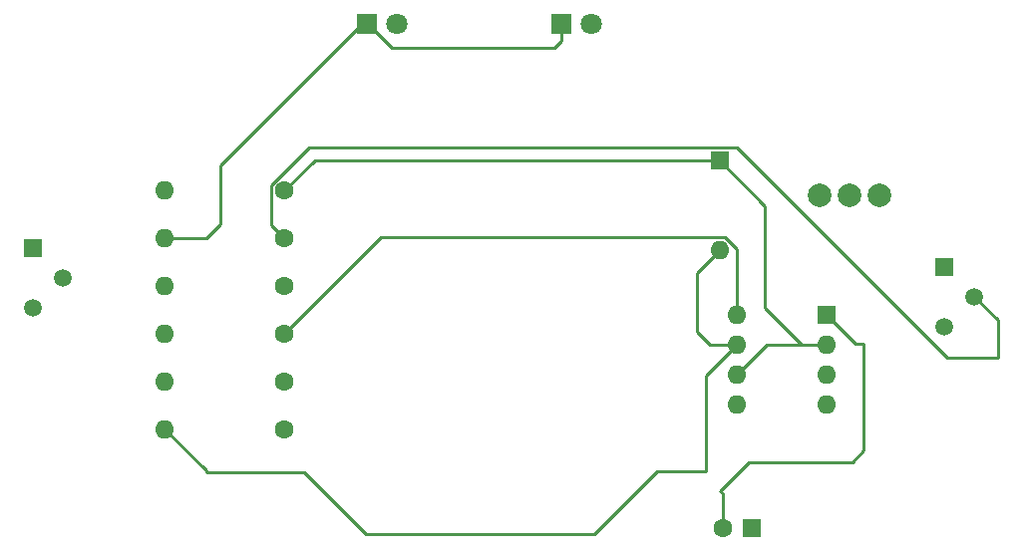
<source format=gbr>
%TF.GenerationSoftware,KiCad,Pcbnew,9.0.6*%
%TF.CreationDate,2026-01-05T12:28:17+01:00*%
%TF.ProjectId,Seegeist,53656567-6569-4737-942e-6b696361645f,rev?*%
%TF.SameCoordinates,Original*%
%TF.FileFunction,Copper,L1,Top*%
%TF.FilePolarity,Positive*%
%FSLAX46Y46*%
G04 Gerber Fmt 4.6, Leading zero omitted, Abs format (unit mm)*
G04 Created by KiCad (PCBNEW 9.0.6) date 2026-01-05 12:28:17*
%MOMM*%
%LPD*%
G01*
G04 APERTURE LIST*
G04 Aperture macros list*
%AMRoundRect*
0 Rectangle with rounded corners*
0 $1 Rounding radius*
0 $2 $3 $4 $5 $6 $7 $8 $9 X,Y pos of 4 corners*
0 Add a 4 corners polygon primitive as box body*
4,1,4,$2,$3,$4,$5,$6,$7,$8,$9,$2,$3,0*
0 Add four circle primitives for the rounded corners*
1,1,$1+$1,$2,$3*
1,1,$1+$1,$4,$5*
1,1,$1+$1,$6,$7*
1,1,$1+$1,$8,$9*
0 Add four rect primitives between the rounded corners*
20,1,$1+$1,$2,$3,$4,$5,0*
20,1,$1+$1,$4,$5,$6,$7,0*
20,1,$1+$1,$6,$7,$8,$9,0*
20,1,$1+$1,$8,$9,$2,$3,0*%
G04 Aperture macros list end*
%TA.AperFunction,ComponentPad*%
%ADD10C,1.500000*%
%TD*%
%TA.AperFunction,ComponentPad*%
%ADD11R,1.500000X1.500000*%
%TD*%
%TA.AperFunction,ComponentPad*%
%ADD12C,1.600000*%
%TD*%
%TA.AperFunction,ComponentPad*%
%ADD13O,1.600000X1.600000*%
%TD*%
%TA.AperFunction,ComponentPad*%
%ADD14R,1.600000X1.600000*%
%TD*%
%TA.AperFunction,ComponentPad*%
%ADD15RoundRect,0.250000X0.550000X0.550000X-0.550000X0.550000X-0.550000X-0.550000X0.550000X-0.550000X0*%
%TD*%
%TA.AperFunction,ComponentPad*%
%ADD16R,1.800000X1.800000*%
%TD*%
%TA.AperFunction,ComponentPad*%
%ADD17C,1.800000*%
%TD*%
%TA.AperFunction,ComponentPad*%
%ADD18C,2.000000*%
%TD*%
%TA.AperFunction,Conductor*%
%ADD19C,0.250000*%
%TD*%
G04 APERTURE END LIST*
D10*
%TO.P,Q1,3,C*%
%TO.N,Net-(Q1-C)*%
X176650000Y-99980000D03*
%TO.P,Q1,2,B*%
%TO.N,Net-(Q1-B)*%
X179190000Y-97440000D03*
D11*
%TO.P,Q1,1,E*%
%TO.N,Net-(D1-K)*%
X176650000Y-94900000D03*
%TD*%
D12*
%TO.P,R6,1*%
%TO.N,Net-(S1-E)*%
X120610000Y-100600000D03*
D13*
%TO.P,R6,2*%
%TO.N,Net-(Q2-C)*%
X110450000Y-100600000D03*
%TD*%
D12*
%TO.P,R8,1*%
%TO.N,Net-(S1-E)*%
X120610000Y-108700000D03*
D13*
%TO.P,R8,2*%
%TO.N,Net-(D3-A)*%
X110450000Y-108700000D03*
%TD*%
D12*
%TO.P,R4,1*%
%TO.N,Net-(D3-K)*%
X120610000Y-88450000D03*
D13*
%TO.P,R4,2*%
%TO.N,Net-(Q1-B)*%
X110450000Y-88450000D03*
%TD*%
D12*
%TO.P,R7,1*%
%TO.N,Net-(D3-K)*%
X120610000Y-104650000D03*
D13*
%TO.P,R7,2*%
%TO.N,Net-(D3-A)*%
X110450000Y-104650000D03*
%TD*%
D14*
%TO.P,NE555,1,GND*%
%TO.N,Net-(D1-K)*%
X166670000Y-99010000D03*
D13*
%TO.P,NE555,2,TR*%
%TO.N,Net-(D3-K)*%
X166670000Y-101550000D03*
%TO.P,NE555,3,Q*%
%TO.N,unconnected-(U1-Q-Pad3)*%
X166670000Y-104090000D03*
%TO.P,NE555,4,R*%
%TO.N,Net-(S1-E)*%
X166670000Y-106630000D03*
%TO.P,NE555,5,CV*%
%TO.N,unconnected-(U1-CV-Pad5)*%
X159050000Y-106630000D03*
%TO.P,NE555,6,THR*%
%TO.N,Net-(D3-K)*%
X159050000Y-104090000D03*
%TO.P,NE555,7,DIS*%
%TO.N,Net-(D3-A)*%
X159050000Y-101550000D03*
%TO.P,NE555,8,VCC*%
%TO.N,Net-(S1-E)*%
X159050000Y-99010000D03*
%TD*%
D12*
%TO.P,R5,1*%
%TO.N,Net-(S1-E)*%
X120610000Y-96550000D03*
D13*
%TO.P,R5,2*%
%TO.N,Net-(Q1-C)*%
X110450000Y-96550000D03*
%TD*%
D12*
%TO.P,R4,1*%
%TO.N,Net-(Q1-B)*%
X120610000Y-92500000D03*
D13*
%TO.P,R4,2*%
%TO.N,Net-(D1-K)*%
X110450000Y-92500000D03*
%TD*%
D15*
%TO.P,47uF,1*%
%TO.N,Net-(D3-K)*%
X160300000Y-117150000D03*
D12*
%TO.P,47uF,2*%
%TO.N,Net-(D1-K)*%
X157800000Y-117150000D03*
%TD*%
D16*
%TO.P,D2,1,K*%
%TO.N,Net-(D1-K)*%
X127580000Y-74252000D03*
D17*
%TO.P,D2,2,A*%
%TO.N,Net-(D1-A)*%
X130120000Y-74252000D03*
%TD*%
D11*
%TO.P,Q2,1,E*%
%TO.N,Net-(D1-A)*%
X99261764Y-93346549D03*
D10*
%TO.P,Q2,2,B*%
%TO.N,Net-(Q1-C)*%
X101801764Y-95886549D03*
%TO.P,Q2,3,C*%
%TO.N,Net-(Q2-C)*%
X99261764Y-98426549D03*
%TD*%
D16*
%TO.P,D1,1,K*%
%TO.N,Net-(D1-K)*%
X144130000Y-74250000D03*
D17*
%TO.P,D1,2,A*%
%TO.N,Net-(D1-A)*%
X146670000Y-74250000D03*
%TD*%
D14*
%TO.P,D3,1,K*%
%TO.N,Net-(D3-K)*%
X157550000Y-85900000D03*
D13*
%TO.P,D3,2,A*%
%TO.N,Net-(D3-A)*%
X157550000Y-93520000D03*
%TD*%
D18*
%TO.P,S1,3,A*%
%TO.N,unconnected-(S1-A-Pad3)*%
X171079500Y-88850000D03*
%TO.P,S1,2,E*%
%TO.N,Net-(S1-E)*%
X168539500Y-88850000D03*
%TO.P,S1,1,A*%
%TO.N,Net-(S1-A-Pad1)*%
X165999500Y-88850000D03*
%TD*%
D19*
%TO.N,Net-(D1-K)*%
X157600000Y-113950000D02*
X157800000Y-114150000D01*
X168800000Y-111500000D02*
X160050000Y-111500000D01*
X169800000Y-101450000D02*
X169800000Y-110500000D01*
X169110000Y-101450000D02*
X169800000Y-101450000D01*
X160050000Y-111500000D02*
X157600000Y-113950000D01*
X166670000Y-99010000D02*
X169110000Y-101450000D01*
X169800000Y-110500000D02*
X168800000Y-111500000D01*
X157800000Y-114150000D02*
X157800000Y-117150000D01*
%TO.N,Net-(Q1-B)*%
X181200000Y-99450000D02*
X179190000Y-97440000D01*
X158974000Y-84774000D02*
X176850000Y-102650000D01*
X119484000Y-87983595D02*
X122693595Y-84774000D01*
X181200000Y-102650000D02*
X181200000Y-99450000D01*
X176850000Y-102650000D02*
X181200000Y-102650000D01*
X119484000Y-91374000D02*
X119484000Y-87983595D01*
X120610000Y-92500000D02*
X119484000Y-91374000D01*
X122693595Y-84774000D02*
X158974000Y-84774000D01*
%TO.N,Net-(S1-E)*%
X159050000Y-93427595D02*
X159050000Y-99010000D01*
X158016405Y-92394000D02*
X159050000Y-93427595D01*
X128816000Y-92394000D02*
X158016405Y-92394000D01*
X120610000Y-100600000D02*
X128816000Y-92394000D01*
%TO.N,Net-(D3-A)*%
X113950000Y-112200000D02*
X110450000Y-108700000D01*
X122250000Y-112400000D02*
X113950000Y-112400000D01*
X127500000Y-117650000D02*
X122250000Y-112400000D01*
X146900000Y-117650000D02*
X127500000Y-117650000D01*
X152250000Y-112300000D02*
X146900000Y-117650000D01*
X156400000Y-112300000D02*
X152250000Y-112300000D01*
X156400000Y-104200000D02*
X156400000Y-112300000D01*
X113950000Y-112400000D02*
X113950000Y-112200000D01*
X159050000Y-101550000D02*
X156400000Y-104200000D01*
%TO.N,Net-(D1-K)*%
X115150000Y-91300000D02*
X113950000Y-92500000D01*
X115150000Y-86300000D02*
X115150000Y-91300000D01*
X127198000Y-74252000D02*
X115150000Y-86300000D01*
X127580000Y-74252000D02*
X127198000Y-74252000D01*
X113950000Y-92500000D02*
X110450000Y-92500000D01*
%TO.N,Net-(D3-K)*%
X123160000Y-85900000D02*
X120610000Y-88450000D01*
X157550000Y-85900000D02*
X123160000Y-85900000D01*
%TO.N,Net-(D3-A)*%
X156750000Y-101550000D02*
X159050000Y-101550000D01*
X155600000Y-100400000D02*
X156750000Y-101550000D01*
X155600000Y-95470000D02*
X155600000Y-100400000D01*
X157550000Y-93520000D02*
X155600000Y-95470000D01*
%TO.N,Net-(D3-K)*%
X161400000Y-98400000D02*
X164550000Y-101550000D01*
X157550000Y-85900000D02*
X161400000Y-89750000D01*
X164550000Y-101550000D02*
X166670000Y-101550000D01*
X161400000Y-89750000D02*
X161400000Y-98400000D01*
X161590000Y-101550000D02*
X164550000Y-101550000D01*
X159050000Y-104090000D02*
X161590000Y-101550000D01*
%TO.N,Net-(D1-K)*%
X127652000Y-74252000D02*
X129700000Y-76300000D01*
X127580000Y-74252000D02*
X127652000Y-74252000D01*
X143550000Y-76300000D02*
X144130000Y-75720000D01*
X129700000Y-76300000D02*
X143550000Y-76300000D01*
X144130000Y-75720000D02*
X144130000Y-74250000D01*
X127580000Y-74252000D02*
X127580000Y-74980000D01*
%TD*%
M02*

</source>
